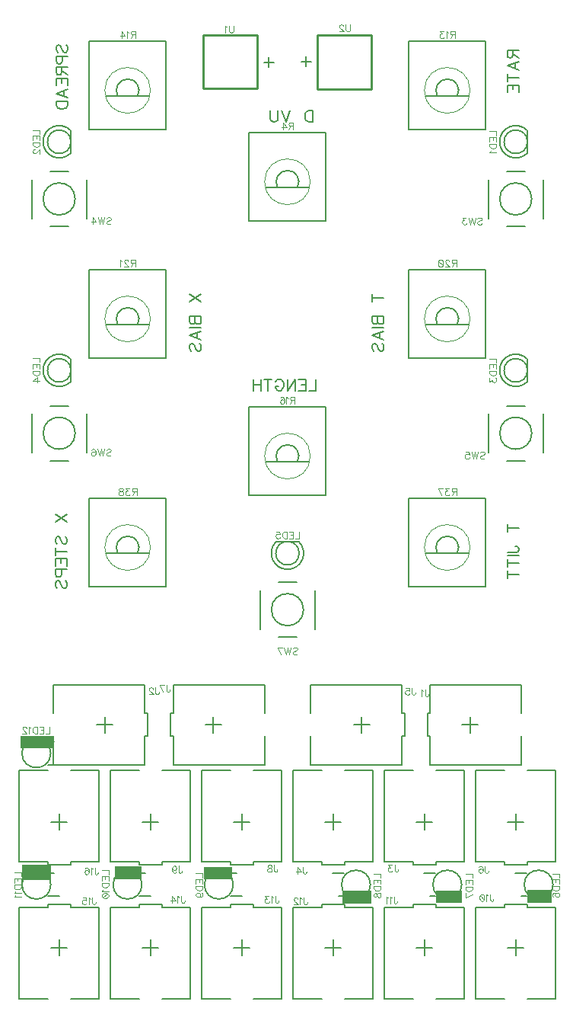
<source format=gbo>
G04 DipTrace 3.3.0.0*
G04 pachinko.GBO*
%MOIN*%
G04 #@! TF.FileFunction,Legend,Bot*
G04 #@! TF.Part,Single*
%ADD10C,0.009843*%
%ADD20C,0.008*%
%ADD21C,0.006*%
%ADD23C,0.005984*%
%ADD36C,0.005*%
%ADD57C,0.000013*%
%ADD128C,0.004632*%
%ADD131C,0.00772*%
%FSLAX26Y26*%
G04*
G70*
G90*
G75*
G01*
G04 BotSilk*
%LPD*%
X2381563Y1654219D2*
D21*
Y1584184D1*
X2416510Y1619184D2*
X2346566D1*
X2206679Y1569169D2*
Y1444184D1*
Y1669199D2*
Y1794184D1*
X2606689Y1669199D2*
Y1794184D1*
Y1569169D2*
Y1444184D1*
X2206679D1*
Y1794184D2*
X2606689D1*
X2206679Y1669199D2*
D23*
X2194205D1*
Y1569169D1*
X2206679D1*
X781805Y1584149D2*
D21*
Y1654184D1*
X746858Y1619184D2*
X816801D1*
X956688Y1669199D2*
Y1794184D1*
Y1569169D2*
Y1444184D1*
X556679Y1569169D2*
Y1444184D1*
Y1669199D2*
Y1794184D1*
X956688D1*
Y1444184D2*
X556679D1*
X956688Y1569169D2*
D23*
X969162D1*
Y1669199D1*
X956688D1*
X2146649Y1194063D2*
D21*
X2216684D1*
X2181684Y1229010D2*
Y1159066D1*
X2231699Y1019179D2*
X2356684D1*
X2131669D2*
X2006684D1*
X2131669Y1419189D2*
X2006684D1*
X2231699D2*
X2356684D1*
Y1019179D1*
X2006684D2*
Y1419189D1*
X2131669Y1019179D2*
D23*
Y1006705D1*
X2231699D1*
Y1019179D1*
X1746649Y1194063D2*
D21*
X1816684D1*
X1781684Y1229010D2*
Y1159066D1*
X1831699Y1019179D2*
X1956684D1*
X1731669D2*
X1606684D1*
X1731669Y1419189D2*
X1606684D1*
X1831699D2*
X1956684D1*
Y1019179D1*
X1606684D2*
Y1419189D1*
X1731669Y1019179D2*
D23*
Y1006705D1*
X1831699D1*
Y1019179D1*
X1906805Y1584149D2*
D21*
Y1654184D1*
X1871858Y1619184D2*
X1941801D1*
X2081688Y1669199D2*
Y1794184D1*
Y1569169D2*
Y1444184D1*
X1681679Y1569169D2*
Y1444184D1*
Y1669199D2*
Y1794184D1*
X2081688D1*
Y1444184D2*
X1681679D1*
X2081688Y1569169D2*
D23*
X2094162D1*
Y1669199D1*
X2081688D1*
X2546649Y1194063D2*
D21*
X2616684D1*
X2581684Y1229010D2*
Y1159066D1*
X2631699Y1019179D2*
X2756684D1*
X2531669D2*
X2406684D1*
X2531669Y1419189D2*
X2406684D1*
X2631699D2*
X2756684D1*
Y1019179D1*
X2406684D2*
Y1419189D1*
X2531669Y1019179D2*
D23*
Y1006705D1*
X2631699D1*
Y1019179D1*
X1256563Y1654219D2*
D21*
Y1584184D1*
X1291510Y1619184D2*
X1221566D1*
X1081679Y1569169D2*
Y1444184D1*
Y1669199D2*
Y1794184D1*
X1481689Y1669199D2*
Y1794184D1*
Y1569169D2*
Y1444184D1*
X1081679D1*
Y1794184D2*
X1481689D1*
X1081679Y1669199D2*
D23*
X1069205D1*
Y1569169D1*
X1081679D1*
X1346649Y1194063D2*
D21*
X1416684D1*
X1381684Y1229010D2*
Y1159066D1*
X1431699Y1019179D2*
X1556684D1*
X1331669D2*
X1206684D1*
X1331669Y1419189D2*
X1206684D1*
X1431699D2*
X1556684D1*
Y1019179D1*
X1206684D2*
Y1419189D1*
X1331669Y1019179D2*
D23*
Y1006705D1*
X1431699D1*
Y1019179D1*
X946649Y1194063D2*
D21*
X1016684D1*
X981684Y1229010D2*
Y1159066D1*
X1031699Y1019179D2*
X1156684D1*
X931669D2*
X806684D1*
X931669Y1419189D2*
X806684D1*
X1031699D2*
X1156684D1*
Y1019179D1*
X806684D2*
Y1419189D1*
X931669Y1019179D2*
D23*
Y1006705D1*
X1031699D1*
Y1019179D1*
X2616719Y644305D2*
D21*
X2546684D1*
X2581684Y609358D2*
Y679301D1*
X2531669Y819188D2*
X2406684D1*
X2631699D2*
X2756684D1*
X2631699Y419179D2*
X2756684D1*
X2531669D2*
X2406684D1*
Y819188D1*
X2756684D2*
Y419179D1*
X2631699Y819188D2*
D23*
Y831662D1*
X2531669D1*
Y819188D1*
X2216719Y644305D2*
D21*
X2146684D1*
X2181684Y609358D2*
Y679301D1*
X2131669Y819188D2*
X2006684D1*
X2231699D2*
X2356684D1*
X2231699Y419179D2*
X2356684D1*
X2131669D2*
X2006684D1*
Y819188D1*
X2356684D2*
Y419179D1*
X2231699Y819188D2*
D23*
Y831662D1*
X2131669D1*
Y819188D1*
X1816719Y644305D2*
D21*
X1746684D1*
X1781684Y609358D2*
Y679301D1*
X1731669Y819188D2*
X1606684D1*
X1831699D2*
X1956684D1*
X1831699Y419179D2*
X1956684D1*
X1731669D2*
X1606684D1*
Y819188D1*
X1956684D2*
Y419179D1*
X1831699Y819188D2*
D23*
Y831662D1*
X1731669D1*
Y819188D1*
X1416719Y644305D2*
D21*
X1346684D1*
X1381684Y609358D2*
Y679301D1*
X1331669Y819188D2*
X1206684D1*
X1431699D2*
X1556684D1*
X1431699Y419179D2*
X1556684D1*
X1331669D2*
X1206684D1*
Y819188D1*
X1556684D2*
Y419179D1*
X1431699Y819188D2*
D23*
Y831662D1*
X1331669D1*
Y819188D1*
X1016719Y644305D2*
D21*
X946684D1*
X981684Y609358D2*
Y679301D1*
X931669Y819188D2*
X806684D1*
X1031699D2*
X1156684D1*
X1031699Y419179D2*
X1156684D1*
X931669D2*
X806684D1*
Y819188D1*
X1156684D2*
Y419179D1*
X1031699Y819188D2*
D23*
Y831662D1*
X931669D1*
Y819188D1*
X616719Y644305D2*
D21*
X546684D1*
X581684Y609358D2*
Y679301D1*
X531669Y819188D2*
X406684D1*
X631699D2*
X756684D1*
X631699Y419179D2*
X756684D1*
X531669D2*
X406684D1*
Y819188D1*
X756684D2*
Y419179D1*
X631699Y819188D2*
D23*
Y831662D1*
X531669D1*
Y819188D1*
X546649Y1194063D2*
D21*
X616684D1*
X581684Y1229010D2*
Y1159066D1*
X631699Y1019179D2*
X756684D1*
X531669D2*
X406684D1*
X531669Y1419189D2*
X406684D1*
X631699D2*
X756684D1*
Y1019179D1*
X406684D2*
Y1419189D1*
X531669Y1019179D2*
D23*
Y1006705D1*
X631699D1*
Y1019179D1*
X2631682Y4219191D2*
D36*
G03X2631682Y4119177I-49997J-50007D01*
G01*
Y4219191D2*
Y4119177D1*
X2530500Y4169184D2*
G02X2530500Y4169184I51183J0D01*
G01*
X631682Y4219191D2*
G03X631682Y4119177I-49997J-50007D01*
G01*
Y4219191D2*
Y4119177D1*
X530500Y4169184D2*
G02X530500Y4169184I51183J0D01*
G01*
X2631682Y3219191D2*
G03X2631682Y3119177I-49997J-50007D01*
G01*
Y3219191D2*
Y3119177D1*
X2530500Y3169184D2*
G02X2530500Y3169184I51183J0D01*
G01*
X631682Y3219191D2*
G03X631682Y3119177I-49997J-50007D01*
G01*
Y3219191D2*
Y3119177D1*
X530500Y3169184D2*
G02X530500Y3169184I51183J0D01*
G01*
X1531677Y2419182D2*
G03X1631691Y2419182I50007J-49997D01*
G01*
X1531677D2*
X1631691D1*
X1530513Y2369182D2*
G02X1530513Y2369182I51170J0D01*
G01*
X2630499Y970362D2*
X2579321D1*
X2630499Y868005D2*
X2604918D1*
X2618692Y919184D2*
G02X2618692Y919184I62992J0D01*
G01*
X2230499Y970362D2*
X2179321D1*
X2230499Y868005D2*
X2204918D1*
X2218692Y919184D2*
G02X2218692Y919184I62992J0D01*
G01*
X1830499Y970362D2*
X1779321D1*
X1830499Y868005D2*
X1804918D1*
X1818692Y919184D2*
G02X1818692Y919184I62992J0D01*
G01*
X1332050Y868005D2*
X1383227D1*
X1332050Y970362D2*
X1357630D1*
X1217873Y919184D2*
G02X1217873Y919184I62992J0D01*
G01*
X932050Y868005D2*
X983227D1*
X932050Y970362D2*
X957630D1*
X817873Y919184D2*
G02X817873Y919184I62992J0D01*
G01*
X532869Y868005D2*
X584046D1*
X532869Y970362D2*
X558449D1*
X418692Y919184D2*
G02X418692Y919184I62992J0D01*
G01*
X532869Y1443005D2*
X584046D1*
X532869Y1545362D2*
X558449D1*
X418692Y1494184D2*
G02X418692Y1494184I62992J0D01*
G01*
X1481698Y3994194D2*
D57*
G02X1481698Y3994194I99986J0D01*
G01*
X1750762Y4209144D2*
D36*
X1412605D1*
Y3823715D1*
X1750762D1*
Y4209144D1*
X1538380Y3969583D2*
D20*
G02X1624987Y3969583I43304J24588D01*
G01*
X1538380D2*
X1624987D1*
X1485218D2*
X1677137D1*
X2181698Y4394194D2*
D57*
G02X2181698Y4394194I99986J0D01*
G01*
X2450762Y4609144D2*
D36*
X2112605D1*
Y4223715D1*
X2450762D1*
Y4609144D1*
X2238380Y4369583D2*
D20*
G02X2324987Y4369583I43304J24588D01*
G01*
X2238380D2*
X2324987D1*
X2185218D2*
X2377137D1*
X781698Y4394194D2*
D57*
G02X781698Y4394194I99986J0D01*
G01*
X1050762Y4609144D2*
D36*
X712605D1*
Y4223715D1*
X1050762D1*
Y4609144D1*
X838380Y4369583D2*
D20*
G02X924987Y4369583I43304J24588D01*
G01*
X838380D2*
X924987D1*
X785218D2*
X977137D1*
X1481698Y2794194D2*
D57*
G02X1481698Y2794194I99986J0D01*
G01*
X1750762Y3009144D2*
D36*
X1412605D1*
Y2623715D1*
X1750762D1*
Y3009144D1*
X1538380Y2769583D2*
D20*
G02X1624987Y2769583I43304J24588D01*
G01*
X1538380D2*
X1624987D1*
X1485218D2*
X1677137D1*
X2181698Y3394194D2*
D57*
G02X2181698Y3394194I99986J0D01*
G01*
X2450762Y3609144D2*
D36*
X2112605D1*
Y3223715D1*
X2450762D1*
Y3609144D1*
X2238380Y3369583D2*
D20*
G02X2324987Y3369583I43304J24588D01*
G01*
X2238380D2*
X2324987D1*
X2185218D2*
X2377137D1*
X781698Y3394194D2*
D57*
G02X781698Y3394194I99986J0D01*
G01*
X1050762Y3609144D2*
D36*
X712605D1*
Y3223715D1*
X1050762D1*
Y3609144D1*
X838380Y3369583D2*
D20*
G02X924987Y3369583I43304J24588D01*
G01*
X838380D2*
X924987D1*
X785218D2*
X977137D1*
X2181698Y2394194D2*
D57*
G02X2181698Y2394194I99986J0D01*
G01*
X2450762Y2609144D2*
D36*
X2112605D1*
Y2223715D1*
X2450762D1*
Y2609144D1*
X2238380Y2369583D2*
D20*
G02X2324987Y2369583I43304J24588D01*
G01*
X2238380D2*
X2324987D1*
X2185218D2*
X2377137D1*
X781698Y2394194D2*
D57*
G02X781698Y2394194I99986J0D01*
G01*
X1050762Y2609144D2*
D36*
X712605D1*
Y2223715D1*
X1050762D1*
Y2609144D1*
X838380Y2369583D2*
D20*
G02X924987Y2369583I43304J24588D01*
G01*
X838380D2*
X924987D1*
X785218D2*
X977137D1*
X2461681Y3834176D2*
Y4004192D1*
X2701686D2*
Y3834176D1*
X2542397Y3799196D2*
X2621676D1*
X2541212Y4039172D2*
X2621676D1*
X2511678Y3919184D2*
G02X2511678Y3919184I70006J0D01*
G01*
X701686Y4004192D2*
Y3834176D1*
X461681D2*
Y4004192D1*
X620970Y4039172D2*
X541691D1*
X622155Y3799196D2*
X541691D1*
X511678Y3919184D2*
G02X511678Y3919184I70006J0D01*
G01*
X2461681Y2809176D2*
Y2979192D1*
X2701686D2*
Y2809176D1*
X2542397Y2774196D2*
X2621676D1*
X2541212Y3014172D2*
X2621676D1*
X2511678Y2894184D2*
G02X2511678Y2894184I70006J0D01*
G01*
X701686Y2979192D2*
Y2809176D1*
X461681D2*
Y2979192D1*
X620970Y3014172D2*
X541691D1*
X622155Y2774196D2*
X541691D1*
X511678Y2894184D2*
G02X511678Y2894184I70006J0D01*
G01*
X1701686Y2207192D2*
Y2037176D1*
X1461681D2*
Y2207192D1*
X1620970Y2242172D2*
X1541691D1*
X1622155Y2002196D2*
X1541691D1*
X1511678Y2122184D2*
G02X1511678Y2122184I70006J0D01*
G01*
X1213576Y4637516D2*
D10*
Y4401277D1*
Y4637516D2*
X1449809D1*
Y4401277D1*
X1213576D1*
X1949792Y4401064D2*
Y4637303D1*
Y4401064D2*
X1713558D1*
Y4637303D1*
X1949792D1*
G36*
X413972Y1568455D2*
X550803D1*
Y1516289D1*
X413972D1*
Y1568455D1*
G37*
G36*
X418253Y1006896D2*
X547387D1*
Y941046D1*
X418253D1*
Y1006896D1*
G37*
G36*
X825324Y1000054D2*
X941630D1*
Y941902D1*
X825324D1*
Y1000054D1*
G37*
G36*
X1214436Y996634D2*
X1339293D1*
Y942757D1*
X1214436D1*
Y996634D1*
G37*
G36*
X1823852Y891667D2*
X1948025D1*
Y836165D1*
X1823852D1*
Y891667D1*
G37*
G36*
X2232119D2*
X2346886D1*
Y840869D1*
X2232119D1*
Y891667D1*
G37*
G36*
X2633488Y894846D2*
X2740472D1*
Y839858D1*
X2633488D1*
Y894846D1*
G37*
X2185489Y1772356D2*
D128*
Y1749408D1*
X2186915Y1745097D1*
X2188374Y1743671D1*
X2191226Y1742212D1*
X2194111D1*
X2196963Y1743671D1*
X2198388Y1745097D1*
X2199848Y1749408D1*
Y1752260D1*
X2176225Y1766586D2*
X2173340Y1768045D1*
X2169029Y1772323D1*
Y1742212D1*
X1003866Y1781289D2*
Y1758342D1*
X1005292Y1754030D1*
X1006751Y1752605D1*
X1009603Y1751145D1*
X1012488D1*
X1015340Y1752605D1*
X1016766Y1754030D1*
X1018225Y1758342D1*
Y1761193D1*
X993144Y1774093D2*
Y1775519D1*
X991718Y1778404D1*
X990292Y1779830D1*
X987407Y1781256D1*
X981670D1*
X978818Y1779830D1*
X977392Y1778404D1*
X975933Y1775519D1*
Y1772667D1*
X977392Y1769782D1*
X980244Y1765504D1*
X994603Y1751145D1*
X974507D1*
X2051507Y1005599D2*
Y982651D1*
X2052933Y978340D1*
X2054392Y976914D1*
X2057244Y975455D1*
X2060129D1*
X2062981Y976914D1*
X2064407Y978340D1*
X2065866Y982651D1*
Y985503D1*
X2039358Y1005566D2*
X2023606D1*
X2032195Y994092D1*
X2027884D1*
X2025032Y992666D1*
X2023606Y991240D1*
X2022147Y986929D1*
Y984077D1*
X2023606Y979766D1*
X2026458Y976881D1*
X2030769Y975455D1*
X2035080D1*
X2039358Y976881D1*
X2040784Y978340D1*
X2042243Y981192D1*
X1650421Y997755D2*
Y974807D1*
X1651846Y970496D1*
X1653306Y969070D1*
X1656158Y967611D1*
X1659043D1*
X1661894Y969070D1*
X1663320Y970496D1*
X1664780Y974807D1*
Y977659D1*
X1626798Y967611D2*
Y997722D1*
X1641157Y977659D1*
X1619635D1*
X2126666Y1780190D2*
Y1757242D1*
X2128092Y1752931D1*
X2129551Y1751505D1*
X2132403Y1750046D1*
X2135288D1*
X2138140Y1751505D1*
X2139565Y1752931D1*
X2141025Y1757242D1*
Y1760094D1*
X2100191Y1780157D2*
X2114517D1*
X2115943Y1767257D1*
X2114517Y1768683D1*
X2110206Y1770142D1*
X2105928D1*
X2101617Y1768683D1*
X2098732Y1765831D1*
X2097306Y1761520D1*
Y1758668D1*
X2098732Y1754357D1*
X2101617Y1751472D1*
X2105928Y1750046D1*
X2110206D1*
X2114517Y1751472D1*
X2115943Y1752931D1*
X2117402Y1755783D1*
X2446903Y1000711D2*
Y977763D1*
X2448329Y973452D1*
X2449788Y972026D1*
X2452640Y970567D1*
X2455525D1*
X2458377Y972026D1*
X2459803Y973452D1*
X2461262Y977763D1*
Y980615D1*
X2420429Y996400D2*
X2421855Y999252D1*
X2426166Y1000678D1*
X2429018D1*
X2433329Y999252D1*
X2436214Y994941D1*
X2437640Y987778D1*
Y980615D1*
X2436214Y974878D1*
X2433329Y971993D1*
X2429018Y970567D1*
X2427592D1*
X2423314Y971993D1*
X2420429Y974878D1*
X2419003Y979189D1*
Y980615D1*
X2420429Y984926D1*
X2423314Y987778D1*
X2427592Y989204D1*
X2429018D1*
X2433329Y987778D1*
X2436214Y984926D1*
X2437640Y980615D1*
X1052222Y1792376D2*
Y1769428D1*
X1053648Y1765117D1*
X1055107Y1763691D1*
X1057959Y1762232D1*
X1060844D1*
X1063696Y1763691D1*
X1065122Y1765117D1*
X1066581Y1769428D1*
Y1772280D1*
X1037221Y1762232D2*
X1022862Y1792343D1*
X1042958D1*
X1523094Y1004628D2*
Y981680D1*
X1524520Y977369D1*
X1525979Y975943D1*
X1528831Y974484D1*
X1531716D1*
X1534568Y975943D1*
X1535994Y977369D1*
X1537453Y981680D1*
Y984532D1*
X1506667Y1004595D2*
X1510945Y1003169D1*
X1512404Y1000317D1*
Y997432D1*
X1510945Y994580D1*
X1508093Y993121D1*
X1502356Y991695D1*
X1498045Y990269D1*
X1495193Y987384D1*
X1493767Y984532D1*
Y980221D1*
X1495193Y977369D1*
X1496619Y975910D1*
X1500930Y974484D1*
X1506667D1*
X1510945Y975910D1*
X1512404Y977369D1*
X1513830Y980221D1*
Y984532D1*
X1512404Y987384D1*
X1509519Y990269D1*
X1505241Y991695D1*
X1499504Y993121D1*
X1496619Y994580D1*
X1495193Y997432D1*
Y1000317D1*
X1496619Y1003169D1*
X1500930Y1004595D1*
X1506667D1*
X1104798Y1001169D2*
Y978221D1*
X1106224Y973910D1*
X1107683Y972484D1*
X1110535Y971025D1*
X1113420D1*
X1116272Y972484D1*
X1117698Y973910D1*
X1119157Y978221D1*
Y981073D1*
X1076864Y991121D2*
X1078323Y986810D1*
X1081175Y983925D1*
X1085486Y982499D1*
X1086912D1*
X1091223Y983925D1*
X1094075Y986810D1*
X1095534Y991121D1*
Y992547D1*
X1094075Y996858D1*
X1091223Y999710D1*
X1086912Y1001136D1*
X1085486D1*
X1081175Y999710D1*
X1078323Y996858D1*
X1076864Y991121D1*
Y983925D1*
X1078323Y976762D1*
X1081175Y972451D1*
X1085486Y971025D1*
X1088338D1*
X1092649Y972451D1*
X1094075Y975336D1*
X2469679Y877745D2*
Y854797D1*
X2471105Y850486D1*
X2472564Y849060D1*
X2475416Y847601D1*
X2478301D1*
X2481153Y849060D1*
X2482579Y850486D1*
X2484038Y854797D1*
Y857649D1*
X2460415Y871975D2*
X2457530Y873434D1*
X2453219Y877712D1*
Y847601D1*
X2435334Y877712D2*
X2439645Y876286D1*
X2442530Y871975D1*
X2443956Y864812D1*
Y860501D1*
X2442530Y853338D1*
X2439645Y849027D1*
X2435334Y847601D1*
X2432482D1*
X2428171Y849027D1*
X2425319Y853338D1*
X2423860Y860501D1*
Y864812D1*
X2425319Y871975D1*
X2428171Y876286D1*
X2432482Y877712D1*
X2435334D1*
X2425319Y871975D2*
X2442530Y853338D1*
X2047700Y867023D2*
Y844075D1*
X2049126Y839764D1*
X2050585Y838338D1*
X2053437Y836879D1*
X2056322D1*
X2059174Y838338D1*
X2060600Y839764D1*
X2062059Y844075D1*
Y846927D1*
X2038436Y861253D2*
X2035551Y862712D1*
X2031240Y866990D1*
Y836879D1*
X2021977Y861253D2*
X2019092Y862712D1*
X2014781Y866990D1*
Y836879D1*
X1653898Y862867D2*
Y839919D1*
X1655324Y835608D1*
X1656783Y834182D1*
X1659635Y832723D1*
X1662520D1*
X1665372Y834182D1*
X1666798Y835608D1*
X1668257Y839919D1*
Y842771D1*
X1644634Y857097D2*
X1641749Y858556D1*
X1637438Y862834D1*
Y832723D1*
X1626716Y855671D2*
Y857097D1*
X1625290Y859982D1*
X1623864Y861408D1*
X1620979Y862834D1*
X1615242D1*
X1612390Y861408D1*
X1610964Y859982D1*
X1609505Y857097D1*
Y854245D1*
X1610964Y851360D1*
X1613816Y847082D1*
X1628175Y832723D1*
X1608079D1*
X1528432Y868963D2*
Y846015D1*
X1529858Y841704D1*
X1531317Y840278D1*
X1534169Y838819D1*
X1537054D1*
X1539906Y840278D1*
X1541332Y841704D1*
X1542791Y846015D1*
Y848867D1*
X1519169Y863193D2*
X1516284Y864652D1*
X1511972Y868929D1*
Y838819D1*
X1499824Y868929D2*
X1484072D1*
X1492661Y857456D1*
X1488350D1*
X1485498Y856030D1*
X1484072Y854604D1*
X1482613Y850293D1*
Y847441D1*
X1484072Y843130D1*
X1486924Y840245D1*
X1491235Y838819D1*
X1495546D1*
X1499824Y840245D1*
X1501250Y841704D1*
X1502709Y844556D1*
X1116629Y868963D2*
Y846015D1*
X1118055Y841704D1*
X1119514Y840278D1*
X1122366Y838819D1*
X1125251D1*
X1128103Y840278D1*
X1129529Y841704D1*
X1130988Y846015D1*
Y848867D1*
X1107366Y863193D2*
X1104481Y864652D1*
X1100170Y868929D1*
Y838819D1*
X1076547D2*
Y868929D1*
X1090906Y848867D1*
X1069384D1*
X727262Y863274D2*
Y840326D1*
X728687Y836015D1*
X730147Y834589D1*
X732998Y833130D1*
X735884D1*
X738735Y834589D1*
X740161Y836015D1*
X741621Y840326D1*
Y843178D1*
X717998Y857504D2*
X715113Y858963D1*
X710802Y863241D1*
Y833130D1*
X684327Y863241D2*
X698653D1*
X700079Y850341D1*
X698653Y851767D1*
X694342Y853226D1*
X690064D1*
X685753Y851767D1*
X682868Y848915D1*
X681442Y844604D1*
Y841752D1*
X682868Y837441D1*
X685753Y834556D1*
X690064Y833130D1*
X694342D1*
X698653Y834556D1*
X700079Y836015D1*
X701538Y838867D1*
X737470Y994388D2*
Y971440D1*
X738896Y967129D1*
X740355Y965703D1*
X743207Y964244D1*
X746092D1*
X748944Y965703D1*
X750370Y967129D1*
X751829Y971440D1*
Y974292D1*
X728207Y988618D2*
X725322Y990077D1*
X721011Y994355D1*
Y964244D1*
X694536Y990077D2*
X695962Y992929D1*
X700273Y994355D1*
X703125D1*
X707436Y992929D1*
X710321Y988618D1*
X711747Y981455D1*
Y974292D1*
X710321Y968555D1*
X707436Y965670D1*
X703125Y964244D1*
X701699D1*
X697421Y965670D1*
X694536Y968555D1*
X693110Y972866D1*
Y974292D1*
X694536Y978603D1*
X697421Y981455D1*
X701699Y982881D1*
X703125D1*
X707436Y981455D1*
X710321Y978603D1*
X711747Y974292D1*
X2467039Y4214649D2*
X2497183D1*
Y4197438D1*
X2467039Y4169538D2*
Y4188175D1*
X2497183Y4188174D1*
Y4169538D1*
X2481398Y4188174D2*
Y4176701D1*
X2467039Y4160274D2*
X2497183D1*
Y4150226D1*
X2495723Y4145915D1*
X2492872Y4143030D1*
X2489987Y4141604D1*
X2485709Y4140178D1*
X2478513D1*
X2474202Y4141604D1*
X2471350Y4143030D1*
X2468465Y4145915D1*
X2467039Y4150226D1*
Y4160274D1*
X2472809Y4130915D2*
X2471350Y4128030D1*
X2467072Y4123719D1*
X2497183D1*
X467039Y4221099D2*
X497183D1*
Y4203888D1*
X467039Y4175988D2*
Y4194624D1*
X497183D1*
Y4175988D1*
X481398Y4194624D2*
Y4183150D1*
X467039Y4166724D2*
X497183D1*
Y4156676D1*
X495723Y4152365D1*
X492872Y4149480D1*
X489987Y4148054D1*
X485709Y4146628D1*
X478513D1*
X474202Y4148054D1*
X471350Y4149480D1*
X468465Y4152365D1*
X467039Y4156676D1*
Y4166724D1*
X474235Y4135905D2*
X472809D1*
X469924Y4134479D1*
X468498Y4133054D1*
X467072Y4130168D1*
Y4124431D1*
X468498Y4121580D1*
X469924Y4120154D1*
X472809Y4118695D1*
X475661D1*
X478546Y4120154D1*
X482824Y4123006D1*
X497183Y4137364D1*
Y4117269D1*
X2467039Y3221099D2*
X2497183D1*
Y3203888D1*
X2467039Y3175988D2*
Y3194624D1*
X2497183D1*
Y3175988D1*
X2481398Y3194624D2*
Y3183150D1*
X2467039Y3166724D2*
X2497183D1*
Y3156676D1*
X2495723Y3152365D1*
X2492872Y3149480D1*
X2489987Y3148054D1*
X2485709Y3146628D1*
X2478513D1*
X2474202Y3148054D1*
X2471350Y3149480D1*
X2468465Y3152365D1*
X2467039Y3156676D1*
Y3166724D1*
X2467072Y3134479D2*
Y3118728D1*
X2478546Y3127317D1*
Y3123006D1*
X2479972Y3120154D1*
X2481398Y3118728D1*
X2485709Y3117269D1*
X2488560D1*
X2492872Y3118728D1*
X2495757Y3121580D1*
X2497183Y3125891D1*
Y3130202D1*
X2495757Y3134479D1*
X2494298Y3135905D1*
X2491446Y3137364D1*
X467039Y3221812D2*
X497183D1*
Y3204601D1*
X467039Y3176701D2*
Y3195337D1*
X497183D1*
Y3176701D1*
X481398Y3195337D2*
Y3183863D1*
X467039Y3167437D2*
X497183D1*
Y3157389D1*
X495723Y3153078D1*
X492872Y3150193D1*
X489987Y3148767D1*
X485709Y3147341D1*
X478513D1*
X474202Y3148767D1*
X471350Y3150193D1*
X468465Y3153078D1*
X467039Y3157389D1*
Y3167437D1*
X497183Y3123718D2*
X467072Y3123719D1*
X487135Y3138077D1*
Y3116556D1*
X1633599Y2464299D2*
Y2434155D1*
X1616388D1*
X1588488Y2464299D2*
X1607124D1*
Y2434155D1*
X1588488D1*
X1607124Y2449940D2*
X1595650D1*
X1579224Y2464299D2*
Y2434155D1*
X1569176D1*
X1564865Y2435614D1*
X1561980Y2438466D1*
X1560554Y2441351D1*
X1559128Y2445629D1*
Y2452825D1*
X1560554Y2457136D1*
X1561980Y2459988D1*
X1564865Y2462873D1*
X1569176Y2464299D1*
X1579224D1*
X1532654Y2464265D2*
X1546979D1*
X1548405Y2451366D1*
X1546979Y2452791D1*
X1542668Y2454251D1*
X1538390D1*
X1534079Y2452791D1*
X1531194Y2449940D1*
X1529768Y2445629D1*
Y2442777D1*
X1531194Y2438466D1*
X1534079Y2435581D1*
X1538390Y2434155D1*
X1542668D1*
X1546979Y2435581D1*
X1548405Y2437040D1*
X1549864Y2439892D1*
X2742195Y967754D2*
X2772339D1*
Y950543D1*
X2742195Y922643D2*
Y941279D1*
X2772339D1*
Y922642D1*
X2756554Y941279D2*
Y929805D1*
X2742195Y913379D2*
X2772339D1*
Y903331D1*
X2770880Y899020D1*
X2768028Y896135D1*
X2765143Y894709D1*
X2760865Y893283D1*
X2753669D1*
X2749358Y894709D1*
X2746506Y896135D1*
X2743621Y899020D1*
X2742195Y903331D1*
Y913379D1*
X2746506Y866809D2*
X2743654Y868235D1*
X2742228Y872546D1*
Y875397D1*
X2743654Y879708D1*
X2747965Y882594D1*
X2755128Y884019D1*
X2762291D1*
X2768028Y882593D1*
X2770913Y879708D1*
X2772339Y875397D1*
Y873971D1*
X2770913Y869694D1*
X2768028Y866809D1*
X2763717Y865383D1*
X2762291D1*
X2757980Y866809D1*
X2755128Y869694D1*
X2753702Y873972D1*
Y875397D1*
X2755128Y879708D1*
X2757980Y882594D1*
X2762291Y884019D1*
X2360814Y965380D2*
X2390958D1*
Y948169D1*
X2360814Y920268D2*
Y938905D1*
X2390958D1*
Y920268D1*
X2375173Y938905D2*
Y927431D1*
X2360814Y911005D2*
X2390958D1*
Y900957D1*
X2389499Y896646D1*
X2386647Y893761D1*
X2383762Y892335D1*
X2379484Y890909D1*
X2372288D1*
X2367977Y892335D1*
X2365125Y893761D1*
X2362240Y896646D1*
X2360814Y900957D1*
Y911005D1*
X2390958Y875908D2*
X2360847Y861549D1*
Y881645D1*
X1960297Y967431D2*
X1990441D1*
Y950220D1*
X1960297Y922320D2*
Y940957D1*
X1990441D1*
Y922320D1*
X1974656Y940957D2*
Y929483D1*
X1960297Y913057D2*
X1990441Y913056D1*
Y903008D1*
X1988982Y898697D1*
X1986130Y895812D1*
X1983245Y894386D1*
X1978967Y892961D1*
X1971771D1*
X1967460Y894387D1*
X1964608Y895812D1*
X1961723Y898698D1*
X1960297Y903009D1*
Y913057D1*
X1960330Y876534D2*
X1961756Y880812D1*
X1964608Y882271D1*
X1967493D1*
X1970345Y880812D1*
X1971804Y877960D1*
X1973230Y872223D1*
X1974656Y867912D1*
X1977541Y865060D1*
X1980393Y863634D1*
X1984704D1*
X1987556Y865060D1*
X1989015Y866486D1*
X1990441Y870797D1*
Y876534D1*
X1989015Y880812D1*
X1987556Y882271D1*
X1984704Y883697D1*
X1980393D1*
X1977541Y882271D1*
X1974656Y879386D1*
X1973230Y875108D1*
X1971804Y869371D1*
X1970345Y866486D1*
X1967493Y865060D1*
X1964608D1*
X1961756Y866486D1*
X1960330Y870797D1*
Y876534D1*
X1180380Y967874D2*
X1210524D1*
Y950663D1*
X1180380Y922763D2*
Y941400D1*
X1210524D1*
Y922763D1*
X1194739Y941400D2*
Y929926D1*
X1180380Y913499D2*
X1210524D1*
Y903451D1*
X1209065Y899140D1*
X1206213Y896255D1*
X1203328Y894829D1*
X1199050Y893403D1*
X1191854D1*
X1187543Y894829D1*
X1184691Y896255D1*
X1181806Y899140D1*
X1180380Y903451D1*
Y913499D1*
X1190428Y865470D2*
X1194739Y866929D1*
X1197624Y869781D1*
X1199050Y874092D1*
Y875518D1*
X1197624Y879829D1*
X1194739Y882681D1*
X1190428Y884140D1*
X1189002D1*
X1184691Y882681D1*
X1181839Y879829D1*
X1180413Y875518D1*
Y874092D1*
X1181839Y869781D1*
X1184691Y866929D1*
X1190428Y865470D1*
X1197624D1*
X1204787Y866929D1*
X1209098Y869781D1*
X1210524Y874092D1*
Y876944D1*
X1209098Y881255D1*
X1206213Y882681D1*
X767863Y981368D2*
X798007D1*
Y964157D1*
X767863Y936257D2*
Y954894D1*
X798007D1*
Y936257D1*
X782222Y954894D2*
Y943420D1*
X767863Y926993D2*
X798007D1*
Y916945D1*
X796548Y912634D1*
X793696Y909749D1*
X790811Y908323D1*
X786533Y906897D1*
X779337D1*
X775026Y908323D1*
X772174Y909749D1*
X769289Y912634D1*
X767863Y916945D1*
Y926993D1*
X773633Y897634D2*
X772174Y894749D1*
X767896Y890438D1*
X798007D1*
X767896Y872552D2*
X769322Y876863D1*
X773633Y879748D1*
X780796Y881174D1*
X785107D1*
X792270Y879748D1*
X796581Y876863D1*
X798007Y872552D1*
Y869700D1*
X796581Y865389D1*
X792270Y862537D1*
X785107Y861078D1*
X780796D1*
X773633Y862537D1*
X769322Y865389D1*
X767896Y869700D1*
Y872552D1*
X773633Y862537D2*
X792270Y879748D1*
X384612Y972643D2*
X414756D1*
Y955432D1*
X384612Y927531D2*
Y946168D1*
X414756D1*
Y927531D1*
X398971Y946168D2*
Y934694D1*
X384612Y918268D2*
X414756D1*
Y908220D1*
X413297Y903909D1*
X410445Y901024D1*
X407560Y899598D1*
X403282Y898172D1*
X396086D1*
X391775Y899598D1*
X388923Y901024D1*
X386038Y903909D1*
X384612Y908220D1*
Y918268D1*
X390382Y888908D2*
X388923Y886023D1*
X384645Y881712D1*
X414756D1*
X390382Y872449D2*
X388923Y869563D1*
X384645Y865252D1*
X414756D1*
X539885Y1610356D2*
Y1580212D1*
X522674D1*
X494774Y1610356D2*
X513411D1*
Y1580212D1*
X494774D1*
X513411Y1595997D2*
X501937D1*
X485510Y1610356D2*
Y1580212D1*
X475462D1*
X471151Y1581671D1*
X468266Y1584523D1*
X466840Y1587408D1*
X465414Y1591686D1*
Y1598882D1*
X466840Y1603193D1*
X468266Y1606045D1*
X471151Y1608930D1*
X475462Y1610356D1*
X485510D1*
X456151Y1604586D2*
X453266Y1606045D1*
X448955Y1610323D1*
Y1580212D1*
X438232Y1603160D2*
Y1604586D1*
X436806Y1607471D1*
X435380Y1608897D1*
X432495Y1610323D1*
X426758D1*
X423906Y1608897D1*
X422480Y1607471D1*
X421021Y1604586D1*
Y1601734D1*
X422480Y1598849D1*
X425332Y1594571D1*
X439691Y1580212D1*
X419595D1*
X1607124Y4238719D2*
X1594225D1*
X1589913Y4240178D1*
X1588454Y4241604D1*
X1587028Y4244456D1*
Y4247341D1*
X1588454Y4250193D1*
X1589913Y4251652D1*
X1594225Y4253078D1*
X1607124D1*
Y4222934D1*
X1597076Y4238719D2*
X1587028Y4222934D1*
X1563406D2*
Y4253045D1*
X1577765Y4232982D1*
X1556243D1*
X2314641Y4638719D2*
X2301741D1*
X2297430Y4640178D1*
X2295971Y4641604D1*
X2294545Y4644456D1*
Y4647341D1*
X2295971Y4650193D1*
X2297430Y4651652D1*
X2301741Y4653078D1*
X2314641D1*
Y4622934D1*
X2304593Y4638719D2*
X2294545Y4622934D1*
X2285282Y4647308D2*
X2282397Y4648767D1*
X2278086Y4653045D1*
Y4622934D1*
X2265937Y4653045D2*
X2250185D1*
X2258774Y4641571D1*
X2254463D1*
X2251611Y4640145D1*
X2250185Y4638719D1*
X2248726Y4634408D1*
Y4631556D1*
X2250185Y4627245D1*
X2253037Y4624360D1*
X2257348Y4622934D1*
X2261659D1*
X2265937Y4624360D1*
X2267363Y4625819D1*
X2268822Y4628671D1*
X915354Y4638719D2*
X902454D1*
X898143Y4640178D1*
X896684Y4641604D1*
X895258Y4644456D1*
Y4647341D1*
X896684Y4650193D1*
X898143Y4651652D1*
X902454Y4653078D1*
X915354D1*
Y4622934D1*
X905306Y4638719D2*
X895258Y4622934D1*
X885995Y4647308D2*
X883110Y4648767D1*
X878799Y4653045D1*
Y4622934D1*
X855176D2*
Y4653045D1*
X869535Y4632982D1*
X848013D1*
X1613912Y3038719D2*
X1601012D1*
X1596701Y3040178D1*
X1595242Y3041604D1*
X1593816Y3044456D1*
Y3047341D1*
X1595242Y3050193D1*
X1596701Y3051652D1*
X1601012Y3053078D1*
X1613912D1*
Y3022934D1*
X1603864Y3038719D2*
X1593816Y3022934D1*
X1584552Y3047308D2*
X1581667Y3048767D1*
X1577356Y3053045D1*
Y3022934D1*
X1550882Y3048767D2*
X1552308Y3051619D1*
X1556619Y3053045D1*
X1559470D1*
X1563781Y3051619D1*
X1566667Y3047308D1*
X1568093Y3040145D1*
Y3032982D1*
X1566667Y3027245D1*
X1563781Y3024360D1*
X1559470Y3022934D1*
X1558045D1*
X1553767Y3024360D1*
X1550882Y3027245D1*
X1549456Y3031556D1*
Y3032982D1*
X1550882Y3037293D1*
X1553767Y3040145D1*
X1558045Y3041571D1*
X1559470D1*
X1563781Y3040145D1*
X1566667Y3037293D1*
X1568093Y3032982D1*
X2321091Y3638719D2*
X2308191D1*
X2303880Y3640178D1*
X2302421Y3641604D1*
X2300995Y3644456D1*
Y3647341D1*
X2302421Y3650193D1*
X2303880Y3651652D1*
X2308191Y3653078D1*
X2321091D1*
Y3622934D1*
X2311043Y3638719D2*
X2300995Y3622934D1*
X2290273Y3645882D2*
Y3647308D1*
X2288847Y3650193D1*
X2287421Y3651619D1*
X2284536Y3653045D1*
X2278799D1*
X2275947Y3651619D1*
X2274521Y3650193D1*
X2273062Y3647308D1*
Y3644456D1*
X2274521Y3641571D1*
X2277373Y3637293D1*
X2291732Y3622934D1*
X2271636D1*
X2253750Y3653045D2*
X2258061Y3651619D1*
X2260946Y3647308D1*
X2262372Y3640145D1*
Y3635834D1*
X2260946Y3628671D1*
X2258061Y3624360D1*
X2253750Y3622934D1*
X2250898D1*
X2246587Y3624360D1*
X2243735Y3628671D1*
X2242276Y3635834D1*
Y3640145D1*
X2243735Y3647308D1*
X2246587Y3651619D1*
X2250898Y3653045D1*
X2253750D1*
X2243735Y3647308D2*
X2260946Y3628671D1*
X914641Y3638719D2*
X901741D1*
X897430Y3640178D1*
X895971Y3641604D1*
X894545Y3644456D1*
Y3647341D1*
X895971Y3650193D1*
X897430Y3651652D1*
X901741Y3653078D1*
X914641D1*
Y3622934D1*
X904593Y3638719D2*
X894545Y3622934D1*
X883823Y3645882D2*
Y3647308D1*
X882397Y3650193D1*
X880971Y3651619D1*
X878086Y3653045D1*
X872349D1*
X869497Y3651619D1*
X868071Y3650193D1*
X866612Y3647308D1*
Y3644456D1*
X868071Y3641571D1*
X870923Y3637293D1*
X885282Y3622934D1*
X865186D1*
X855922Y3647308D2*
X853037Y3648767D1*
X848726Y3653045D1*
Y3622934D1*
X2321091Y2638719D2*
X2308191D1*
X2303880Y2640178D1*
X2302421Y2641604D1*
X2300995Y2644456D1*
Y2647341D1*
X2302421Y2650193D1*
X2303880Y2651652D1*
X2308191Y2653078D1*
X2321091D1*
Y2622934D1*
X2311043Y2638719D2*
X2300995Y2622934D1*
X2288847Y2653045D2*
X2273095D1*
X2281684Y2641571D1*
X2277373D1*
X2274521Y2640145D1*
X2273095Y2638719D1*
X2271636Y2634408D1*
Y2631556D1*
X2273095Y2627245D1*
X2275947Y2624360D1*
X2280258Y2622934D1*
X2284569D1*
X2288847Y2624360D1*
X2290273Y2625819D1*
X2291732Y2628671D1*
X2256635Y2622934D2*
X2242276Y2653045D1*
X2262372D1*
X921075Y2638719D2*
X908175D1*
X903864Y2640178D1*
X902405Y2641604D1*
X900979Y2644456D1*
Y2647341D1*
X902405Y2650193D1*
X903864Y2651652D1*
X908175Y2653078D1*
X921075D1*
Y2622934D1*
X911027Y2638719D2*
X900979Y2622934D1*
X888830Y2653045D2*
X873078D1*
X881667Y2641571D1*
X877356D1*
X874504Y2640145D1*
X873078Y2638719D1*
X871619Y2634408D1*
Y2631556D1*
X873078Y2627245D1*
X875930Y2624360D1*
X880241Y2622934D1*
X884552D1*
X888830Y2624360D1*
X890256Y2625819D1*
X891715Y2628671D1*
X855193Y2653045D2*
X859470Y2651619D1*
X860930Y2648767D1*
Y2645882D1*
X859470Y2643030D1*
X856619Y2641571D1*
X850882Y2640145D1*
X846571Y2638719D1*
X843719Y2635834D1*
X842293Y2632982D1*
Y2628671D1*
X843719Y2625819D1*
X845145Y2624360D1*
X849456Y2622934D1*
X855193D1*
X859470Y2624360D1*
X860930Y2625819D1*
X862356Y2628671D1*
Y2632982D1*
X860930Y2635834D1*
X858045Y2638719D1*
X853767Y2640145D1*
X848030Y2641571D1*
X845145Y2643030D1*
X843719Y2645882D1*
Y2648767D1*
X845145Y2651619D1*
X849456Y2653045D1*
X855193D1*
X2413987Y3833347D2*
X2416839Y3836232D1*
X2421150Y3837658D1*
X2426887D1*
X2431198Y3836232D1*
X2434083Y3833347D1*
Y3830495D1*
X2432624Y3827610D1*
X2431198Y3826184D1*
X2428346Y3824758D1*
X2419724Y3821873D1*
X2416839Y3820447D1*
X2415413Y3818988D1*
X2413987Y3816136D1*
Y3811825D1*
X2416839Y3808973D1*
X2421150Y3807514D1*
X2426887D1*
X2431198Y3808973D1*
X2434083Y3811825D1*
X2404724Y3837658D2*
X2397528Y3807514D1*
X2390365Y3837658D1*
X2383202Y3807514D1*
X2376006Y3837658D1*
X2363857Y3837625D2*
X2348105D1*
X2356694Y3826151D1*
X2352383D1*
X2349531Y3824725D1*
X2348105Y3823299D1*
X2346646Y3818988D1*
Y3816136D1*
X2348105Y3811825D1*
X2350957Y3808940D1*
X2355268Y3807514D1*
X2359579D1*
X2363857Y3808940D1*
X2365283Y3810399D1*
X2366742Y3813251D1*
X789706Y3834282D2*
X792557Y3837167D1*
X796868Y3838593D1*
X802605D1*
X806916Y3837167D1*
X809802Y3834282D1*
Y3831430D1*
X808342Y3828545D1*
X806916Y3827119D1*
X804065Y3825693D1*
X795443Y3822808D1*
X792557Y3821382D1*
X791132Y3819923D1*
X789706Y3817071D1*
Y3812760D1*
X792557Y3809908D1*
X796868Y3808449D1*
X802605D1*
X806916Y3809908D1*
X809802Y3812760D1*
X780442Y3838593D2*
X773246Y3808449D1*
X766083Y3838593D1*
X758920Y3808449D1*
X751724Y3838593D1*
X728101Y3808449D2*
Y3838559D1*
X742460Y3818497D1*
X720938D1*
X2426487Y2808347D2*
X2429339Y2811232D1*
X2433650Y2812658D1*
X2439387D1*
X2443698Y2811232D1*
X2446583Y2808347D1*
Y2805495D1*
X2445124Y2802610D1*
X2443698Y2801184D1*
X2440846Y2799758D1*
X2432224Y2796873D1*
X2429339Y2795447D1*
X2427913Y2793988D1*
X2426487Y2791136D1*
Y2786825D1*
X2429339Y2783973D1*
X2433650Y2782514D1*
X2439387D1*
X2443698Y2783973D1*
X2446583Y2786825D1*
X2417224Y2812658D2*
X2410028Y2782514D1*
X2402865Y2812658D1*
X2395702Y2782514D1*
X2388506Y2812658D1*
X2362031Y2812625D2*
X2376357D1*
X2377783Y2799725D1*
X2376357Y2801151D1*
X2372046Y2802610D1*
X2367768D1*
X2363457Y2801151D1*
X2360572Y2798299D1*
X2359146Y2793988D1*
Y2791136D1*
X2360572Y2786825D1*
X2363457Y2783940D1*
X2367768Y2782514D1*
X2372046D1*
X2376357Y2783940D1*
X2377783Y2785399D1*
X2379242Y2788251D1*
X788258Y2820847D2*
X791110Y2823732D1*
X795421Y2825158D1*
X801158D1*
X805469Y2823732D1*
X808354Y2820847D1*
Y2817995D1*
X806895Y2815110D1*
X805469Y2813684D1*
X802617Y2812258D1*
X793995Y2809373D1*
X791110Y2807947D1*
X789684Y2806488D1*
X788258Y2803636D1*
Y2799325D1*
X791110Y2796473D1*
X795421Y2795014D1*
X801158D1*
X805469Y2796473D1*
X808354Y2799325D1*
X778994Y2825158D2*
X771798Y2795014D1*
X764635Y2825158D1*
X757472Y2795014D1*
X750276Y2825158D1*
X723802Y2820847D2*
X725228Y2823699D1*
X729539Y2825125D1*
X732391D1*
X736702Y2823699D1*
X739587Y2819388D1*
X741013Y2812225D1*
Y2805062D1*
X739587Y2799325D1*
X736702Y2796440D1*
X732391Y2795014D1*
X730965D1*
X726687Y2796440D1*
X723802Y2799325D1*
X722376Y2803636D1*
Y2805062D1*
X723802Y2809373D1*
X726687Y2812225D1*
X730965Y2813651D1*
X732391D1*
X736702Y2812225D1*
X739587Y2809373D1*
X741013Y2805062D1*
X1605306Y1951806D2*
X1608158Y1954692D1*
X1612469Y1956118D1*
X1618206D1*
X1622517Y1954692D1*
X1625402Y1951806D1*
Y1948955D1*
X1623943Y1946070D1*
X1622517Y1944644D1*
X1619665Y1943218D1*
X1611043Y1940333D1*
X1608158Y1938907D1*
X1606732Y1937447D1*
X1605306Y1934596D1*
Y1930285D1*
X1608158Y1927433D1*
X1612469Y1925974D1*
X1618206D1*
X1622517Y1927433D1*
X1625402Y1930285D1*
X1596043Y1956118D2*
X1588847Y1925974D1*
X1581684Y1956118D1*
X1574521Y1925974D1*
X1567325Y1956118D1*
X1552324Y1925974D2*
X1537965Y1956084D1*
X1558061D1*
X1345791Y4677205D2*
Y4655683D1*
X1344365Y4651372D1*
X1341480Y4648521D1*
X1337169Y4647061D1*
X1334317D1*
X1330006Y4648521D1*
X1327121Y4651372D1*
X1325695Y4655683D1*
Y4677205D1*
X1316431Y4671435D2*
X1313546Y4672894D1*
X1309235Y4677172D1*
Y4647061D1*
X1857161Y4682124D2*
Y4660602D1*
X1855735Y4656291D1*
X1852850Y4653439D1*
X1848539Y4651980D1*
X1845687D1*
X1841376Y4653439D1*
X1838491Y4656291D1*
X1837065Y4660602D1*
Y4682124D1*
X1826342Y4674928D2*
Y4676354D1*
X1824916Y4679239D1*
X1823490Y4680665D1*
X1820605Y4682091D1*
X1814868D1*
X1812016Y4680665D1*
X1810590Y4679239D1*
X1809131Y4676354D1*
Y4673502D1*
X1810590Y4670617D1*
X1813442Y4666339D1*
X1827801Y4651980D1*
X1807705D1*
X1153121Y3502523D2*
D131*
X1203361Y3469030D1*
X1153121D2*
X1203361Y3502523D1*
X1153121Y3404990D2*
X1203361D1*
Y3383434D1*
X1200930Y3376249D1*
X1198553Y3373873D1*
X1193800Y3371496D1*
X1186615D1*
X1181806Y3373873D1*
X1179430Y3376249D1*
X1177053Y3383434D1*
X1174621Y3376249D1*
X1172245Y3373873D1*
X1167491Y3371496D1*
X1162683D1*
X1157930Y3373873D1*
X1155498Y3376249D1*
X1153121Y3383434D1*
Y3404990D1*
X1177053D2*
Y3383434D1*
X1153121Y3356057D2*
X1203361D1*
Y3302316D2*
X1153121Y3321495D1*
X1203361Y3340618D1*
X1186615Y3333433D2*
Y3309501D1*
X1160306Y3253384D2*
X1155498Y3258137D1*
X1153121Y3265322D1*
Y3274883D1*
X1155498Y3282068D1*
X1160306Y3286877D1*
X1165060D1*
X1169868Y3284445D1*
X1172245Y3282068D1*
X1174621Y3277315D1*
X1179430Y3262945D1*
X1181806Y3258137D1*
X1184238Y3255760D1*
X1188991Y3253384D1*
X1196176D1*
X1200930Y3258137D1*
X1203361Y3265322D1*
Y3274883D1*
X1200930Y3282068D1*
X1196176Y3286877D1*
X1953123Y3485775D2*
X2003363D1*
X1953123Y3502522D2*
Y3469028D1*
Y3404988D2*
X2003363D1*
Y3383433D1*
X2000931Y3376248D1*
X1998554Y3373872D1*
X1993801Y3371495D1*
X1986616D1*
X1981808Y3373872D1*
X1979431Y3376248D1*
X1977054Y3383433D1*
X1974623Y3376248D1*
X1972246Y3373872D1*
X1967493Y3371495D1*
X1962684D1*
X1957931Y3373872D1*
X1955499Y3376248D1*
X1953123Y3383433D1*
Y3404988D1*
X1977054D2*
Y3383433D1*
X1953123Y3356056D2*
X2003363D1*
Y3302315D2*
X1953123Y3321493D1*
X2003363Y3340616D1*
X1986616Y3333431D2*
Y3309500D1*
X1960308Y3253382D2*
X1955499Y3258135D1*
X1953123Y3265320D1*
Y3274882D1*
X1955499Y3282067D1*
X1960308Y3286875D1*
X1965061D1*
X1969869Y3284444D1*
X1972246Y3282067D1*
X1974623Y3277314D1*
X1979431Y3262944D1*
X1981808Y3258135D1*
X1984239Y3255759D1*
X1988993Y3253382D1*
X1996178D1*
X2000931Y3258135D1*
X2003363Y3265320D1*
Y3274882D1*
X2000931Y3282067D1*
X1996178Y3286875D1*
X2545936Y2478590D2*
X2596176D1*
X2545936Y2495337D2*
Y2461843D1*
Y2373872D2*
X2584183D1*
X2591368Y2376248D1*
X2593744Y2378680D1*
X2596176Y2383433D1*
Y2388242D1*
X2593744Y2392995D1*
X2591368Y2395371D1*
X2584183Y2397803D1*
X2579430D1*
X2545936Y2358432D2*
X2596176D1*
X2545936Y2326246D2*
X2596176D1*
X2545936Y2342993D2*
Y2309500D1*
Y2277314D2*
X2596176D1*
X2545936Y2294061D2*
Y2260567D1*
X565715Y2540116D2*
X615955Y2506622D1*
X565715D2*
X615955Y2540116D1*
X572900Y2409089D2*
X568091Y2413842D1*
X565715Y2421027D1*
Y2430589D1*
X568091Y2437774D1*
X572900Y2442582D1*
X577653D1*
X582461Y2440150D1*
X584838Y2437774D1*
X587214Y2433020D1*
X592023Y2418650D1*
X594399Y2413842D1*
X596831Y2411465D1*
X601584Y2409089D1*
X608770D1*
X613523Y2413842D1*
X615955Y2421027D1*
Y2430589D1*
X613523Y2437774D1*
X608770Y2442582D1*
X565715Y2376903D2*
X615955D1*
X565715Y2393649D2*
Y2360156D1*
Y2313655D2*
Y2344717D1*
X615955D1*
Y2313655D1*
X589646Y2344717D2*
Y2325594D1*
X592023Y2298216D2*
Y2276661D1*
X589646Y2269531D1*
X587214Y2267099D1*
X582461Y2264723D1*
X575276D1*
X570523Y2267099D1*
X568091Y2269531D1*
X565715Y2276661D1*
Y2298216D1*
X615955D1*
X572900Y2215790D2*
X568091Y2220544D1*
X565715Y2227729D1*
Y2237290D1*
X568091Y2244475D1*
X572900Y2249284D1*
X577653D1*
X582461Y2246852D1*
X584838Y2244475D1*
X587214Y2239722D1*
X592023Y2225352D1*
X594399Y2220544D1*
X596831Y2218167D1*
X601584Y2215790D1*
X608770D1*
X613523Y2220544D1*
X615955Y2227729D1*
Y2237290D1*
X613523Y2244475D1*
X608770Y2249284D1*
X1691397Y4306085D2*
Y4255845D1*
X1674650D1*
X1667465Y4258276D1*
X1662656Y4263030D1*
X1660280Y4267838D1*
X1657903Y4274968D1*
Y4286961D1*
X1660280Y4294146D1*
X1662656Y4298900D1*
X1667465Y4303708D1*
X1674650Y4306085D1*
X1691397D1*
X1593863D2*
X1574740Y4255845D1*
X1555616Y4306085D1*
X1540177D2*
Y4270215D1*
X1537801Y4263030D1*
X1532992Y4258276D1*
X1525807Y4255845D1*
X1521054D1*
X1513869Y4258276D1*
X1509060Y4263030D1*
X1506684Y4270215D1*
Y4306085D1*
X1704976Y3131085D2*
Y3080845D1*
X1676292D1*
X1629791Y3131085D2*
X1660852D1*
Y3080845D1*
X1629791D1*
X1660852Y3107153D2*
X1641729D1*
X1580858Y3131085D2*
Y3080845D1*
X1614352Y3131085D1*
Y3080845D1*
X1529549Y3119146D2*
X1531926Y3123900D1*
X1536734Y3128708D1*
X1541487Y3131085D1*
X1551049D1*
X1555857Y3128708D1*
X1560611Y3123900D1*
X1563042Y3119146D1*
X1565419Y3111961D1*
Y3099968D1*
X1563042Y3092838D1*
X1560611Y3088030D1*
X1555857Y3083276D1*
X1551049Y3080845D1*
X1541487D1*
X1536734Y3083276D1*
X1531926Y3088030D1*
X1529549Y3092838D1*
Y3099968D1*
X1541487D1*
X1497363Y3131085D2*
Y3080845D1*
X1514110Y3131085D2*
X1480616D1*
X1465177D2*
Y3080845D1*
X1431684Y3131085D2*
Y3080845D1*
X1465177Y3107153D2*
X1431684D1*
X2568818Y4569286D2*
Y4547786D1*
X2566386Y4540601D1*
X2564010Y4538169D1*
X2559257Y4535793D1*
X2554448D1*
X2549695Y4538169D1*
X2547263Y4540601D1*
X2544886Y4547786D1*
Y4569286D1*
X2595126D1*
X2568818Y4552539D2*
X2595126Y4535793D1*
Y4482052D2*
X2544887Y4501230D1*
X2595126Y4520353D1*
X2578380Y4513168D2*
Y4489237D1*
X2544887Y4449866D2*
X2595126D1*
X2544887Y4466612D2*
Y4433119D1*
X2544886Y4386618D2*
Y4417680D1*
X2595127D1*
X2595126Y4386618D1*
X2568818Y4417680D2*
Y4398557D1*
X576003Y4559726D2*
X571195Y4564479D1*
X568818Y4571664D1*
Y4581226D1*
X571195Y4588411D1*
X576003Y4593219D1*
X580756D1*
X585565Y4590788D1*
X587941Y4588411D1*
X590318Y4583658D1*
X595127Y4569288D1*
X597503Y4564479D1*
X599935Y4562103D1*
X604688Y4559726D1*
X611873D1*
X616626Y4564479D1*
X619058Y4571664D1*
Y4581226D1*
X616626Y4588411D1*
X611873Y4593219D1*
X595127Y4544287D2*
Y4522732D1*
X592750Y4515602D1*
X590318Y4513170D1*
X585565Y4510793D1*
X578380D1*
X573627Y4513170D1*
X571195Y4515602D1*
X568818Y4522732D1*
Y4544287D1*
X619058D1*
X592750Y4495354D2*
Y4473854D1*
X590318Y4466669D1*
X587942Y4464237D1*
X583188Y4461861D1*
X578380D1*
X573627Y4464237D1*
X571195Y4466669D1*
X568818Y4473854D1*
Y4495354D1*
X619058D1*
X592750Y4478608D2*
X619058Y4461861D1*
X568818Y4415360D2*
Y4446422D1*
X619058D1*
Y4415360D1*
X592750Y4446422D2*
Y4427298D1*
X619058Y4361619D2*
X568818Y4380798D1*
X619058Y4399921D1*
X602312Y4392736D2*
Y4368804D1*
X568818Y4346180D2*
X619058D1*
Y4329433D1*
X616626Y4322248D1*
X611873Y4317440D1*
X607065Y4315063D1*
X599935Y4312687D1*
X587941D1*
X580756Y4315063D1*
X576003Y4317440D1*
X571195Y4322248D1*
X568818Y4329433D1*
Y4346180D1*
X1478264Y4517667D2*
X1521319D1*
X1499819Y4539167D2*
Y4496112D1*
X1685104Y4520913D2*
X1642049D1*
X1663548Y4499413D2*
Y4542468D1*
M02*

</source>
